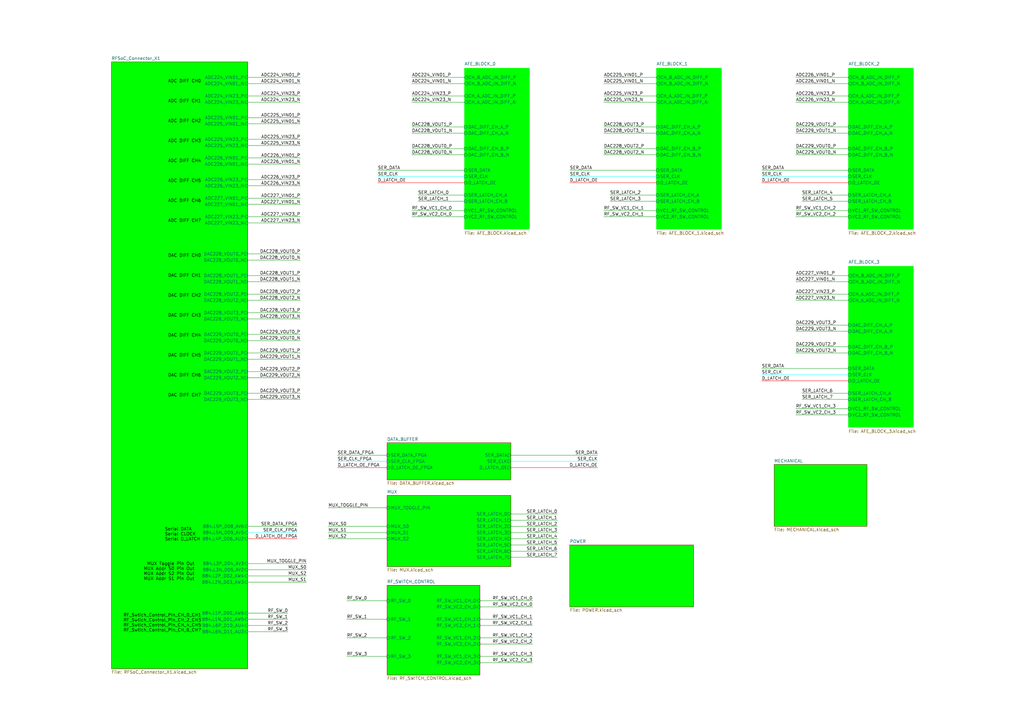
<source format=kicad_sch>
(kicad_sch (version 20250114) (generator "eeschema") (generator_version "9.0")
  (paper "A3")
  (title_block (title "Analog Front End ") (date "2025-04-16") (rev "1") (company "CERN") (comment 1 "Design by A. Jevtic"))
  (lib_symbols)
  (text "ADC DIFF CH0\n\n\n\nADC DIFF CH1\n\n\n\nADC DIFF CH2\n\n\n\nADC DIFF CH3\n\n\n\nADC DIFF CH4\n\n\n\nADC DIFF CH5\n\n\n\nADC DIFF CH6\n\n\n\nADC DIFF CH7\n\n\n\n\n\n\nDAC DIFF CH0\n\n\n\nDAC DIFF CH1\n\n\n\nDAC DIFF CH2\n\n\n\nDAC DIFF CH3\n\n\n\nDAC DIFF CH4\n\n\n\nDAC DIFF CH5\n\n\n\nDAC DIFF CH6\n\n\n\nDAC DIFF CH7" (at 75.692 97.79 0) (effects (font (size 1.27 1.27))))
  (text "RF_Swtich_Control_Pin_CH_0_CH1\nRF_Swtich_Control_Pin_CH_2_CH3\nRF_Swtich_Control_Pin_CH_4_CH5\nRF_Swtich_Control_Pin_CH_6_CH7" (at 50.546 255.524 0) (effects (font (size 1.27 1.27)) (justify left)))
  (text "Serial DATA\nSerial CLOCK\nSerial D_LATCH" (at 67.564 219.202 0) (effects (font (size 1.27 1.27)) (justify left)))
  (text "MUX Toggle Pin Out\nMUX Addr S0 Pin Out\nMUX Addr S2 Pin Out\nMUX Addr S1 Pin Out" (at 79.756 234.442 0) (effects (font (size 1.27 1.27)) (justify right)))
  (wire (pts (xy 121.92 215.9) (xy 101.6 215.9)))
  (wire (pts (xy 118.11 259.08) (xy 101.6 259.08)))
  (wire (pts (xy 233.68 69.85) (xy 269.24 69.85)))
  (wire (pts (xy 209.55 215.9) (xy 228.6 215.9)))
  (wire (pts (xy 347.98 156.21) (xy 312.42 156.21)) (stroke (width 0) (color 255 0 0 1)))
  (wire (pts (xy 101.6 115.57) (xy 123.19 115.57)))
  (wire (pts (xy 209.55 210.82) (xy 228.6 210.82)))
  (wire (pts (xy 312.42 69.85) (xy 347.98 69.85)))
  (wire (pts (xy 209.55 213.36) (xy 228.6 213.36)))
  (wire (pts (xy 190.5 41.91) (xy 168.91 41.91)))
  (wire (pts (xy 101.6 163.83) (xy 123.19 163.83)))
  (wire (pts (xy 209.55 218.44) (xy 228.6 218.44)))
  (wire (pts (xy 154.94 69.85) (xy 190.5 69.85)))
  (wire (pts (xy 190.5 60.96) (xy 168.91 60.96)))
  (wire (pts (xy 101.6 34.29) (xy 123.19 34.29)))
  (wire (pts (xy 101.6 154.94) (xy 123.19 154.94)))
  (wire (pts (xy 138.43 191.77) (xy 158.75 191.77)) (stroke (width 0) (color 255 0 0 1)))
  (wire (pts (xy 101.6 88.9) (xy 123.19 88.9)))
  (wire (pts (xy 101.6 57.15) (xy 123.19 57.15)))
  (wire (pts (xy 101.6 147.32) (xy 123.19 147.32)))
  (wire (pts (xy 101.6 137.16) (xy 123.19 137.16)))
  (wire (pts (xy 134.62 218.44) (xy 158.75 218.44)))
  (wire (pts (xy 190.5 80.01) (xy 171.45 80.01)))
  (wire (pts (xy 209.55 191.77) (xy 245.11 191.77)) (stroke (width 0) (color 255 0 0 1)))
  (wire (pts (xy 245.11 189.23) (xy 209.55 189.23)) (stroke (width 0) (color 0 255 255 1)))
  (wire (pts (xy 347.98 52.07) (xy 326.39 52.07)))
  (wire (pts (xy 347.98 170.18) (xy 326.39 170.18)))
  (wire (pts (xy 138.43 186.69) (xy 158.75 186.69)))
  (wire (pts (xy 125.73 231.14) (xy 101.6 231.14)))
  (wire (pts (xy 347.98 113.03) (xy 326.39 113.03)))
  (wire (pts (xy 101.6 64.77) (xy 123.19 64.77)))
  (wire (pts (xy 196.85 264.16) (xy 218.44 264.16)))
  (wire (pts (xy 101.6 81.28) (xy 123.19 81.28)))
  (wire (pts (xy 269.24 60.96) (xy 247.65 60.96)))
  (wire (pts (xy 245.11 186.69) (xy 209.55 186.69)))
  (wire (pts (xy 134.62 208.28) (xy 158.75 208.28)))
  (wire (pts (xy 233.68 72.39) (xy 269.24 72.39)) (stroke (width 0) (color 0 255 255 1)))
  (wire (pts (xy 209.55 223.52) (xy 228.6 223.52)))
  (wire (pts (xy 347.98 86.36) (xy 326.39 86.36)))
  (wire (pts (xy 101.6 104.14) (xy 123.19 104.14)))
  (wire (pts (xy 190.5 74.93) (xy 154.94 74.93)) (stroke (width 0) (color 255 0 0 1)))
  (wire (pts (xy 190.5 31.75) (xy 168.91 31.75)))
  (wire (pts (xy 312.42 151.13) (xy 347.98 151.13)))
  (wire (pts (xy 190.5 82.55) (xy 171.45 82.55)))
  (wire (pts (xy 101.6 152.4) (xy 123.19 152.4)))
  (wire (pts (xy 269.24 88.9) (xy 247.65 88.9)))
  (wire (pts (xy 347.98 34.29) (xy 326.39 34.29)))
  (wire (pts (xy 190.5 52.07) (xy 168.91 52.07)))
  (wire (pts (xy 196.85 248.92) (xy 218.44 248.92)))
  (wire (pts (xy 269.24 41.91) (xy 247.65 41.91)))
  (wire (pts (xy 269.24 31.75) (xy 247.65 31.75)))
  (wire (pts (xy 347.98 144.78) (xy 326.39 144.78)))
  (wire (pts (xy 347.98 39.37) (xy 326.39 39.37)))
  (wire (pts (xy 190.5 34.29) (xy 168.91 34.29)))
  (wire (pts (xy 347.98 123.19) (xy 326.39 123.19)))
  (wire (pts (xy 269.24 74.93) (xy 233.68 74.93)) (stroke (width 0) (color 255 0 0 1)))
  (wire (pts (xy 347.98 54.61) (xy 326.39 54.61)))
  (wire (pts (xy 196.85 261.62) (xy 218.44 261.62)))
  (wire (pts (xy 101.6 59.69) (xy 123.19 59.69)))
  (wire (pts (xy 196.85 256.54) (xy 218.44 256.54)))
  (wire (pts (xy 269.24 82.55) (xy 250.19 82.55)))
  (wire (pts (xy 101.6 67.31) (xy 123.19 67.31)))
  (wire (pts (xy 209.55 228.6) (xy 228.6 228.6)))
  (wire (pts (xy 196.85 271.78) (xy 218.44 271.78)))
  (wire (pts (xy 101.6 76.2) (xy 123.19 76.2)))
  (wire (pts (xy 134.62 215.9) (xy 158.75 215.9)))
  (wire (pts (xy 347.98 60.96) (xy 326.39 60.96)))
  (wire (pts (xy 134.62 220.98) (xy 158.75 220.98)))
  (wire (pts (xy 347.98 135.89) (xy 326.39 135.89)))
  (wire (pts (xy 269.24 54.61) (xy 247.65 54.61)))
  (wire (pts (xy 101.6 83.82) (xy 123.19 83.82)))
  (wire (pts (xy 101.6 41.91) (xy 123.19 41.91)))
  (wire (pts (xy 138.43 189.23) (xy 158.75 189.23)) (stroke (width 0) (color 0 255 255 1)))
  (wire (pts (xy 101.6 144.78) (xy 123.19 144.78)))
  (wire (pts (xy 121.92 220.98) (xy 101.6 220.98)) (stroke (width 0) (color 255 0 0 1)))
  (wire (pts (xy 196.85 254) (xy 218.44 254)))
  (wire (pts (xy 142.24 269.24) (xy 158.75 269.24)))
  (wire (pts (xy 118.11 251.46) (xy 101.6 251.46)))
  (wire (pts (xy 312.42 153.67) (xy 347.98 153.67)) (stroke (width 0) (color 0 255 255 1)))
  (wire (pts (xy 101.6 50.8) (xy 123.19 50.8)))
  (wire (pts (xy 142.24 246.38) (xy 158.75 246.38)))
  (wire (pts (xy 101.6 123.19) (xy 123.19 123.19)))
  (wire (pts (xy 101.6 130.81) (xy 123.19 130.81)))
  (wire (pts (xy 347.98 163.83) (xy 328.93 163.83)))
  (wire (pts (xy 101.6 39.37) (xy 123.19 39.37)))
  (wire (pts (xy 101.6 73.66) (xy 123.19 73.66)))
  (wire (pts (xy 101.6 48.26) (xy 123.19 48.26)))
  (wire (pts (xy 312.42 72.39) (xy 347.98 72.39)) (stroke (width 0) (color 0 255 255 1)))
  (wire (pts (xy 347.98 133.35) (xy 326.39 133.35)))
  (wire (pts (xy 269.24 63.5) (xy 247.65 63.5)))
  (wire (pts (xy 101.6 139.7) (xy 123.19 139.7)))
  (wire (pts (xy 101.6 113.03) (xy 123.19 113.03)))
  (wire (pts (xy 101.6 128.27) (xy 123.19 128.27)))
  (wire (pts (xy 196.85 269.24) (xy 218.44 269.24)))
  (wire (pts (xy 121.92 218.44) (xy 101.6 218.44)) (stroke (width 0) (color 0 255 255 1)))
  (wire (pts (xy 101.6 31.75) (xy 123.19 31.75)))
  (wire (pts (xy 101.6 106.68) (xy 123.19 106.68)))
  (wire (pts (xy 347.98 115.57) (xy 326.39 115.57)))
  (wire (pts (xy 118.11 256.54) (xy 101.6 256.54)))
  (wire (pts (xy 347.98 80.01) (xy 328.93 80.01)))
  (wire (pts (xy 269.24 34.29) (xy 247.65 34.29)))
  (wire (pts (xy 209.55 220.98) (xy 228.6 220.98)))
  (wire (pts (xy 347.98 41.91) (xy 326.39 41.91)))
  (wire (pts (xy 190.5 63.5) (xy 168.91 63.5)))
  (wire (pts (xy 142.24 254) (xy 158.75 254)))
  (wire (pts (xy 347.98 120.65) (xy 326.39 120.65)))
  (wire (pts (xy 154.94 72.39) (xy 190.5 72.39)) (stroke (width 0) (color 0 255 255 1)))
  (wire (pts (xy 125.73 233.68) (xy 101.6 233.68)))
  (wire (pts (xy 347.98 142.24) (xy 326.39 142.24)))
  (wire (pts (xy 196.85 246.38) (xy 218.44 246.38)))
  (wire (pts (xy 125.73 236.22) (xy 101.6 236.22)))
  (wire (pts (xy 347.98 31.75) (xy 326.39 31.75)))
  (wire (pts (xy 101.6 120.65) (xy 123.19 120.65)))
  (wire (pts (xy 347.98 161.29) (xy 328.93 161.29)))
  (wire (pts (xy 190.5 88.9) (xy 168.91 88.9)))
  (wire (pts (xy 347.98 82.55) (xy 328.93 82.55)))
  (wire (pts (xy 269.24 52.07) (xy 247.65 52.07)))
  (wire (pts (xy 209.55 226.06) (xy 228.6 226.06)))
  (wire (pts (xy 190.5 86.36) (xy 168.91 86.36)))
  (wire (pts (xy 269.24 80.01) (xy 250.19 80.01)))
  (wire (pts (xy 190.5 54.61) (xy 168.91 54.61)))
  (wire (pts (xy 101.6 161.29) (xy 123.19 161.29)))
  (wire (pts (xy 142.24 261.62) (xy 158.75 261.62)))
  (wire (pts (xy 347.98 167.64) (xy 326.39 167.64)))
  (wire (pts (xy 269.24 39.37) (xy 247.65 39.37)))
  (wire (pts (xy 347.98 74.93) (xy 312.42 74.93)) (stroke (width 0) (color 255 0 0 1)))
  (wire (pts (xy 101.6 91.44) (xy 123.19 91.44)))
  (wire (pts (xy 118.11 254) (xy 101.6 254)))
  (wire (pts (xy 125.73 238.76) (xy 101.6 238.76)))
  (wire (pts (xy 190.5 39.37) (xy 168.91 39.37)))
  (wire (pts (xy 269.24 86.36) (xy 247.65 86.36)))
  (wire (pts (xy 347.98 63.5) (xy 326.39 63.5)))
  (wire (pts (xy 347.98 88.9) (xy 326.39 88.9)))
  (label "ADC226_VIN01_P" (at 326.39 31.75 0))
  (label "RF_SW_VC1_CH_3" (at 326.39 167.64 0))
  (label "ADC227_VIN01_N" (at 326.39 115.57 0))
  (label "RF_SW_2" (at 118.11 256.54 180))
  (label "DAC228_VOUT1_P" (at 123.19 113.03 180))
  (label "ADC225_VIN23_N" (at 247.65 41.91 0))
  (label "DAC228_VOUT3_P" (at 247.65 52.07 0))
  (label "SER_LATCH_3" (at 250.19 82.55 0))
  (label "SER_CLK" (at 312.42 153.67 0))
  (label "SER_DATA" (at 312.42 151.13 0))
  (label "D_LATCH_OE" (at 154.94 74.93 0))
  (label "RF_SW_VC1_CH_0" (at 218.44 246.38 180))
  (label "SER_CLK" (at 154.94 72.39 0))
  (label "RF_SW_1" (at 118.11 254 180))
  (label "DAC228_VOUT0_P" (at 123.19 104.14 180))
  (label "RF_SW_VC1_CH_1" (at 247.65 86.36 0))
  (label "RF_SW_0" (at 142.24 246.38 0))
  (label "D_LATCH_OE" (at 245.11 191.77 180))
  (label "RF_SW_VC2_CH_2" (at 218.44 264.16 180))
  (label "DAC229_VOUT0_N" (at 123.19 139.7 180))
  (label "D_LATCH_OE" (at 233.68 74.93 0))
  (label "SER_CLK" (at 233.68 72.39 0))
  (label "DAC229_VOUT0_P" (at 123.19 137.16 180))
  (label "SER_LATCH_0" (at 171.45 80.01 0))
  (label "MUX_S0" (at 125.73 233.68 180))
  (label "DAC229_VOUT1_N" (at 326.39 54.61 0))
  (label "ADC225_VIN01_P" (at 247.65 31.75 0))
  (label "ADC227_VIN01_P" (at 326.39 113.03 0))
  (label "DAC228_VOUT3_N" (at 247.65 54.61 0))
  (label "DAC228_VOUT2_N" (at 247.65 63.5 0))
  (label "RF_SW_VC2_CH_0" (at 218.44 248.92 180))
  (label "ADC224_VIN23_N" (at 123.19 41.91 180))
  (label "DAC229_VOUT2_N" (at 123.19 154.94 180))
  (label "ADC225_VIN23_N" (at 123.19 59.69 180))
  (label "MUX_S0" (at 134.62 215.9 0))
  (label "DAC229_VOUT0_N" (at 326.39 63.5 0))
  (label "SER_LATCH_1" (at 228.6 213.36 180))
  (label "SER_LATCH_6" (at 228.6 226.06 180))
  (label "DAC229_VOUT1_P" (at 326.39 52.07 0))
  (label "DAC229_VOUT2_P" (at 123.19 152.4 180))
  (label "ADC226_VIN01_P" (at 123.19 64.77 180))
  (label "ADC224_VIN23_N" (at 168.91 41.91 0))
  (label "DAC228_VOUT1_N" (at 168.91 54.61 0))
  (label "D_LATCH_OE_FPGA" (at 138.43 191.77 0))
  (label "ADC226_VIN23_N" (at 123.19 76.2 180))
  (label "RF_SW_VC2_CH_1" (at 247.65 88.9 0))
  (label "DAC229_VOUT1_N" (at 123.19 147.32 180))
  (label "RF_SW_VC1_CH_2" (at 326.39 86.36 0))
  (label "RF_SW_VC1_CH_0" (at 168.91 86.36 0))
  (label "RF_SW_VC2_CH_0" (at 168.91 88.9 0))
  (label "SER_LATCH_0" (at 228.6 210.82 180))
  (label "SER_LATCH_7" (at 328.93 163.83 0))
  (label "D_LATCH_OE_FPGA" (at 121.92 220.98 180))
  (label "MUX_S2" (at 134.62 220.98 0))
  (label "ADC227_VIN23_N" (at 326.39 123.19 0))
  (label "ADC224_VIN01_N" (at 123.19 34.29 180))
  (label "DAC228_VOUT0_P" (at 168.91 60.96 0))
  (label "SER_LATCH_2" (at 250.19 80.01 0))
  (label "SER_LATCH_4" (at 328.93 80.01 0))
  (label "ADC226_VIN23_N" (at 326.39 41.91 0))
  (label "RF_SW_VC2_CH_2" (at 326.39 88.9 0))
  (label "SER_CLK_FPGA" (at 138.43 189.23 0))
  (label "SER_LATCH_4" (at 228.6 220.98 180))
  (label "SER_LATCH_7" (at 228.6 228.6 180))
  (label "ADC226_VIN23_P" (at 123.19 73.66 180))
  (label "DAC228_VOUT2_P" (at 247.65 60.96 0))
  (label "SER_LATCH_1" (at 171.45 82.55 0))
  (label "D_LATCH_OE" (at 312.42 156.21 0))
  (label "ADC224_VIN01_P" (at 123.19 31.75 180))
  (label "DAC228_VOUT3_N" (at 123.19 130.81 180))
  (label "SER_LATCH_5" (at 328.93 82.55 0))
  (label "DAC229_VOUT1_P" (at 123.19 144.78 180))
  (label "RF_SW_VC1_CH_2" (at 218.44 261.62 180))
  (label "SER_DATA" (at 154.94 69.85 0))
  (label "DAC229_VOUT3_P" (at 123.19 161.29 180))
  (label "MUX_S1" (at 134.62 218.44 0))
  (label "RF_SW_0" (at 118.11 251.46 180))
  (label "RF_SW_VC2_CH_3" (at 218.44 271.78 180))
  (label "SER_DATA" (at 233.68 69.85 0))
  (label "SER_LATCH_2" (at 228.6 215.9 180))
  (label "ADC224_VIN01_N" (at 168.91 34.29 0))
  (label "SER_LATCH_5" (at 228.6 223.52 180))
  (label "ADC226_VIN23_P" (at 326.39 39.37 0))
  (label "ADC226_VIN01_N" (at 123.19 67.31 180))
  (label "RF_SW_3" (at 142.24 269.24 0))
  (label "MUX_TOGGLE_PIN" (at 125.73 231.14 180))
  (label "ADC224_VIN23_P" (at 168.91 39.37 0))
  (label "SER_DATA" (at 245.11 186.69 180))
  (label "SER_LATCH_3" (at 228.6 218.44 180))
  (label "DAC228_VOUT2_N" (at 123.19 123.19 180))
  (label "D_LATCH_OE" (at 312.42 74.93 0))
  (label "DAC229_VOUT3_P" (at 326.39 133.35 0))
  (label "ADC227_VIN23_P" (at 326.39 120.65 0))
  (label "MUX_TOGGLE_PIN" (at 134.62 208.28 0))
  (label "ADC224_VIN01_P" (at 168.91 31.75 0))
  (label "RF_SW_2" (at 142.24 261.62 0))
  (label "DAC228_VOUT0_N" (at 168.91 63.5 0))
  (label "RF_SW_VC1_CH_3" (at 218.44 269.24 180))
  (label "DAC228_VOUT1_P" (at 168.91 52.07 0))
  (label "SER_DATA_FPGA" (at 121.92 215.9 180))
  (label "ADC225_VIN01_P" (at 123.19 48.26 180))
  (label "ADC225_VIN01_N" (at 123.19 50.8 180))
  (label "SER_LATCH_6" (at 328.93 161.29 0))
  (label "RF_SW_VC2_CH_1" (at 218.44 256.54 180))
  (label "ADC227_VIN01_N" (at 123.19 83.82 180))
  (label "MUX_S2" (at 125.73 236.22 180))
  (label "ADC225_VIN23_P" (at 123.19 57.15 180))
  (label "RF_SW_1" (at 142.24 254 0))
  (label "DAC229_VOUT0_P" (at 326.39 60.96 0))
  (label "ADC227_VIN23_P" (at 123.19 88.9 180))
  (label "DAC229_VOUT3_N" (at 123.19 163.83 180))
  (label "ADC227_VIN01_P" (at 123.19 81.28 180))
  (label "MUX_S1" (at 125.73 238.76 180))
  (label "DAC228_VOUT0_N" (at 123.19 106.68 180))
  (label "RF_SW_VC1_CH_1" (at 218.44 254 180))
  (label "DAC229_VOUT2_P" (at 326.39 142.24 0))
  (label "DAC228_VOUT2_P" (at 123.19 120.65 180))
  (label "SER_CLK" (at 245.11 189.23 180))
  (label "DAC229_VOUT3_N" (at 326.39 135.89 0))
  (label "RF_SW_VC2_CH_3" (at 326.39 170.18 0))
  (label "DAC228_VOUT3_P" (at 123.19 128.27 180))
  (label "ADC227_VIN23_N" (at 123.19 91.44 180))
  (label "SER_DATA" (at 312.42 69.85 0))
  (label "ADC224_VIN23_P" (at 123.19 39.37 180))
  (label "RF_SW_3" (at 118.11 259.08 180))
  (label "ADC225_VIN01_N" (at 247.65 34.29 0))
  (label "SER_CLK" (at 312.42 72.39 0))
  (label "SER_CLK_FPGA" (at 121.92 218.44 180))
  (label "SER_DATA_FPGA" (at 138.43 186.69 0))
  (label "DAC229_VOUT2_N" (at 326.39 144.78 0))
  (label "ADC225_VIN23_P" (at 247.65 39.37 0))
  (label "DAC228_VOUT1_N" (at 123.19 115.57 180))
  (label "ADC226_VIN01_N" (at 326.39 34.29 0))
  (sheet (at 158.75 181.61) (size 50.8 15.24) (stroke (width 0.1524)) (fill (color 0 255 0 1.0000))
    (property "Sheetname" "DATA_BUFFER" (at 158.75 180.8984 0) (effects (justify left bottom)))
    (property "Sheetfile" "DATA_BUFFER.kicad_sch" (at 158.75 197.4346 0) (effects (justify left top)))
    (pin "D_LATCH_OE" output (at 209.55 191.77 0))
    (pin "SER_DATA_FPGA" input (at 158.75 186.69 180))
    (pin "SER_CLK_FPGA" input (at 158.75 189.23 180))
    (pin "SER_CLK" output (at 209.55 189.23 0))
    (pin "SER_DATA" output (at 209.55 186.69 0))
    (pin "D_LATCH_OE_FPGA" input (at 158.75 191.77 180))
  )
  (sheet (at 317.5 190.5) (size 38.1 25.4) (stroke (width 0.1524)) (fill (color 0 255 0 1.0000))
    (property "Sheetname" "MECHANICAL" (at 317.5 189.7884 0) (effects (justify left bottom)))
    (property "Sheetfile" "MECHANICAL.kicad_sch" (at 317.5 216.4846 0) (effects (justify left top)))
  )
  (sheet (at 158.75 203.2) (size 50.8 29.21) (stroke (width 0.1524)) (fill (color 0 255 0 1.0000))
    (property "Sheetname" "MUX" (at 158.75 202.4884 0) (effects (justify left bottom)))
    (property "Sheetfile" "MUX.kicad_sch" (at 158.75 232.9946 0) (effects (justify left top)))
    (pin "SER_LATCH_6" output (at 209.55 226.06 0))
    (pin "SER_LATCH_4" output (at 209.55 220.98 0))
    (pin "MUX_S0" input (at 158.75 215.9 180))
    (pin "MUX_S2" input (at 158.75 220.98 180))
    (pin "SER_LATCH_0" output (at 209.55 210.82 0))
    (pin "SER_LATCH_7" output (at 209.55 228.6 0))
    (pin "SER_LATCH_5" output (at 209.55 223.52 0))
    (pin "MUX_TOGGLE_PIN" input (at 158.75 208.28 180))
    (pin "SER_LATCH_2" output (at 209.55 215.9 0))
    (pin "SER_LATCH_1" output (at 209.55 213.36 0))
    (pin "SER_LATCH_3" output (at 209.55 218.44 0))
    (pin "MUX_S1" input (at 158.75 218.44 180))
  )
  (sheet (at 233.68 223.52) (size 50.8 25.4) (stroke (width 0.1524)) (fill (color 0 255 0 1.0000))
    (property "Sheetname" "POWER" (at 233.68 222.8084 0) (effects (justify left bottom)))
    (property "Sheetfile" "POWER.kicad_sch" (at 233.68 249.5046 0) (effects (justify left top)))
  )
  (sheet (at 45.72 25.4) (size 55.88 248.92) (stroke (width 0.1524)) (fill (color 0 255 0 1.0000))
    (property "Sheetname" "RFSoC_Connector_X1" (at 45.72 24.6884 0) (effects (justify left bottom)))
    (property "Sheetfile" "RFSoC_Connector_X1.kicad_sch" (at 45.72 274.9046 0) (effects (justify left top)))
    (pin "B84.L5P_D08_AV6" input (at 101.6 215.9 0))
    (pin "B84.L4P_D06_AU2" input (at 101.6 220.98 0))
    (pin "B84.L5N_D09_AV5" input (at 101.6 218.44 0))
    (pin "B84.L2P_D02_AW4" input (at 101.6 236.22 0))
    (pin "B84.L3N_D05_AV2" input (at 101.6 233.68 0))
    (pin "B84.L2N_D03_AW3" input (at 101.6 238.76 0))
    (pin "B84.L3P_D04_AV3" input (at 101.6 231.14 0))
    (pin "B84.L6P_D10_AU4" input (at 101.6 256.54 0))
    (pin "B84.L1P_D00_AW6" input (at 101.6 251.46 0))
    (pin "B84.L1N_D01_AW5" input (at 101.6 254 0))
    (pin "B84.L6N_D11_AU3" input (at 101.6 259.08 0))
    (pin "ADC224_VIN23_N" input (at 101.6 41.91 0))
    (pin "ADC225_VIN23_N" input (at 101.6 59.69 0))
    (pin "ADC225_VIN01_P" input (at 101.6 48.26 0))
    (pin "ADC224_VIN01_N" input (at 101.6 34.29 0))
    (pin "ADC227_VIN23_P" input (at 101.6 88.9 0))
    (pin "ADC226_VIN01_N" input (at 101.6 67.31 0))
    (pin "ADC227_VIN01_P" input (at 101.6 81.28 0))
    (pin "ADC227_VIN01_N" input (at 101.6 83.82 0))
    (pin "ADC226_VIN23_N" input (at 101.6 76.2 0))
    (pin "ADC226_VIN23_P" input (at 101.6 73.66 0))
    (pin "ADC224_VIN01_P" input (at 101.6 31.75 0))
    (pin "ADC227_VIN23_N" input (at 101.6 91.44 0))
    (pin "ADC224_VIN23_P" input (at 101.6 39.37 0))
    (pin "ADC225_VIN01_N" input (at 101.6 50.8 0))
    (pin "ADC225_VIN23_P" input (at 101.6 57.15 0))
    (pin "ADC226_VIN01_P" input (at 101.6 64.77 0))
    (pin "DAC228_VOUT1_N" output (at 101.6 115.57 0))
    (pin "DAC228_VOUT0_N" output (at 101.6 106.68 0))
    (pin "DAC228_VOUT1_P" output (at 101.6 113.03 0))
    (pin "DAC228_VOUT0_P" output (at 101.6 104.14 0))
    (pin "DAC228_VOUT2_N" output (at 101.6 123.19 0))
    (pin "DAC229_VOUT2_N" output (at 101.6 154.94 0))
    (pin "DAC229_VOUT3_P" output (at 101.6 161.29 0))
    (pin "DAC229_VOUT2_P" output (at 101.6 152.4 0))
    (pin "DAC228_VOUT3_N" output (at 101.6 130.81 0))
    (pin "DAC229_VOUT1_N" output (at 101.6 147.32 0))
    (pin "DAC229_VOUT3_N" output (at 101.6 163.83 0))
    (pin "DAC229_VOUT1_P" output (at 101.6 144.78 0))
    (pin "DAC229_VOUT0_P" output (at 101.6 137.16 0))
    (pin "DAC228_VOUT2_P" output (at 101.6 120.65 0))
    (pin "DAC229_VOUT0_N" output (at 101.6 139.7 0))
    (pin "DAC228_VOUT3_P" output (at 101.6 128.27 0))
  )
  (sheet (at 269.24 27.94) (size 26.67 66.04) (stroke (width 0.1524) (color 0 255 0 1)) (fill (color 0 255 0 1.0000))
    (property "Sheetname" "AFE_BLOCK_1" (at 269.24 26.9236 0) (effects (justify left bottom)))
    (property "Sheetfile" "AFE_BLOCK_1.kicad_sch" (at 269.24 94.8694 0) (effects (justify left top)))
    (pin "DAC_DIFF_CH_A_P" input (at 269.24 52.07 180))
    (pin "CH_A_ADC_IN_DIFF_N" output (at 269.24 41.91 180))
    (pin "DAC_DIFF_CH_B_N" input (at 269.24 63.5 180))
    (pin "DAC_DIFF_CH_A_N" input (at 269.24 54.61 180))
    (pin "CH_A_ADC_IN_DIFF_P" output (at 269.24 39.37 180))
    (pin "DAC_DIFF_CH_B_P" input (at 269.24 60.96 180))
    (pin "CH_B_ADC_IN_DIFF_P" output (at 269.24 31.75 180))
    (pin "CH_B_ADC_IN_DIFF_N" output (at 269.24 34.29 180))
    (pin "VC2_RF_SW_CONTROL" input (at 269.24 88.9 180))
    (pin "VC1_RF_SW_CONTROL" input (at 269.24 86.36 180))
    (pin "SER_CLK" input (at 269.24 72.39 180))
    (pin "SER_DATA" input (at 269.24 69.85 180))
    (pin "SER_LATCH_CH_A" input (at 269.24 80.01 180))
    (pin "SER_LATCH_CH_B" input (at 269.24 82.55 180))
    (pin "D_LATCH_OE" input (at 269.24 74.93 180))
  )
  (sheet (at 347.98 109.22) (size 26.67 66.04) (stroke (width 0.1524) (color 0 255 0 1)) (fill (color 0 255 0 1.0000))
    (property "Sheetname" "AFE_BLOCK_3" (at 347.98 108.2036 0) (effects (justify left bottom)))
    (property "Sheetfile" "AFE_BLOCK_3.kicad_sch" (at 347.98 176.1494 0) (effects (justify left top)))
    (pin "DAC_DIFF_CH_A_P" input (at 347.98 133.35 180))
    (pin "CH_A_ADC_IN_DIFF_N" output (at 347.98 123.19 180))
    (pin "DAC_DIFF_CH_B_N" input (at 347.98 144.78 180))
    (pin "DAC_DIFF_CH_A_N" input (at 347.98 135.89 180))
    (pin "CH_A_ADC_IN_DIFF_P" output (at 347.98 120.65 180))
    (pin "DAC_DIFF_CH_B_P" input (at 347.98 142.24 180))
    (pin "CH_B_ADC_IN_DIFF_P" output (at 347.98 113.03 180))
    (pin "CH_B_ADC_IN_DIFF_N" output (at 347.98 115.57 180))
    (pin "VC2_RF_SW_CONTROL" input (at 347.98 170.18 180))
    (pin "VC1_RF_SW_CONTROL" input (at 347.98 167.64 180))
    (pin "SER_CLK" input (at 347.98 153.67 180))
    (pin "SER_DATA" input (at 347.98 151.13 180))
    (pin "SER_LATCH_CH_A" input (at 347.98 161.29 180))
    (pin "SER_LATCH_CH_B" input (at 347.98 163.83 180))
    (pin "D_LATCH_OE" input (at 347.98 156.21 180))
  )
  (sheet (at 190.5 27.94) (size 26.67 66.04) (stroke (width 0.1524) (color 0 255 0 1)) (fill (color 0 255 0 1.0000))
    (property "Sheetname" "AFE_BLOCK_0" (at 190.5 26.9236 0) (effects (justify left bottom)))
    (property "Sheetfile" "AFE_BLOCK.kicad_sch" (at 190.5 94.8694 0) (effects (justify left top)))
    (pin "DAC_DIFF_CH_A_P" input (at 190.5 52.07 180))
    (pin "CH_A_ADC_IN_DIFF_N" output (at 190.5 41.91 180))
    (pin "DAC_DIFF_CH_B_N" input (at 190.5 63.5 180))
    (pin "DAC_DIFF_CH_A_N" input (at 190.5 54.61 180))
    (pin "CH_A_ADC_IN_DIFF_P" output (at 190.5 39.37 180))
    (pin "DAC_DIFF_CH_B_P" input (at 190.5 60.96 180))
    (pin "CH_B_ADC_IN_DIFF_P" output (at 190.5 31.75 180))
    (pin "CH_B_ADC_IN_DIFF_N" output (at 190.5 34.29 180))
    (pin "VC2_RF_SW_CONTROL" input (at 190.5 88.9 180))
    (pin "VC1_RF_SW_CONTROL" input (at 190.5 86.36 180))
    (pin "SER_CLK" input (at 190.5 72.39 180))
    (pin "SER_DATA" input (at 190.5 69.85 180))
    (pin "SER_LATCH_CH_A" input (at 190.5 80.01 180))
    (pin "SER_LATCH_CH_B" input (at 190.5 82.55 180))
    (pin "D_LATCH_OE" input (at 190.5 74.93 180))
  )
  (sheet (at 158.75 240.03) (size 38.1 36.83) (stroke (width 0.1524)) (fill (color 0 255 0 1.0000))
    (property "Sheetname" "RF_SWITCH_CONTROL" (at 158.75 239.3184 0) (effects (justify left bottom)))
    (property "Sheetfile" "RF_SWITCH_CONTROL.kicad_sch" (at 158.75 277.4446 0) (effects (justify left top)))
    (pin "RF_SW_VC1_CH_2" input (at 196.85 261.62 0))
    (pin "RF_SW_VC2_CH_2" input (at 196.85 264.16 0))
    (pin "RF_SW_3" input (at 158.75 269.24 180))
    (pin "RF_SW_VC1_CH_3" input (at 196.85 269.24 0))
    (pin "RF_SW_VC2_CH_3" input (at 196.85 271.78 0))
    (pin "RF_SW_2" input (at 158.75 261.62 180))
    (pin "RF_SW_1" input (at 158.75 254 180))
    (pin "RF_SW_0" input (at 158.75 246.38 180))
    (pin "RF_SW_VC1_CH_0" input (at 196.85 246.38 0))
    (pin "RF_SW_VC1_CH_1" input (at 196.85 254 0))
    (pin "RF_SW_VC2_CH_0" input (at 196.85 248.92 0))
    (pin "RF_SW_VC2_CH_1" input (at 196.85 256.54 0))
  )
  (sheet (at 347.98 27.94) (size 26.67 66.04) (stroke (width 0.1524) (color 0 255 0 1)) (fill (color 0 255 0 1.0000))
    (property "Sheetname" "AFE_BLOCK_2" (at 347.98 26.9236 0) (effects (justify left bottom)))
    (property "Sheetfile" "AFE_BLOCK_2.kicad_sch" (at 347.98 94.8694 0) (effects (justify left top)))
    (pin "DAC_DIFF_CH_A_P" input (at 347.98 52.07 180))
    (pin "CH_A_ADC_IN_DIFF_N" output (at 347.98 41.91 180))
    (pin "DAC_DIFF_CH_B_N" input (at 347.98 63.5 180))
    (pin "DAC_DIFF_CH_A_N" input (at 347.98 54.61 180))
    (pin "CH_A_ADC_IN_DIFF_P" output (at 347.98 39.37 180))
    (pin "DAC_DIFF_CH_B_P" input (at 347.98 60.96 180))
    (pin "CH_B_ADC_IN_DIFF_P" output (at 347.98 31.75 180))
    (pin "CH_B_ADC_IN_DIFF_N" output (at 347.98 34.29 180))
    (pin "VC2_RF_SW_CONTROL" input (at 347.98 88.9 180))
    (pin "VC1_RF_SW_CONTROL" input (at 347.98 86.36 180))
    (pin "SER_CLK" input (at 347.98 72.39 180))
    (pin "SER_DATA" input (at 347.98 69.85 180))
    (pin "SER_LATCH_CH_A" input (at 347.98 80.01 180))
    (pin "SER_LATCH_CH_B" input (at 347.98 82.55 180))
    (pin "D_LATCH_OE" input (at 347.98 74.93 180))
  )
)
</source>
